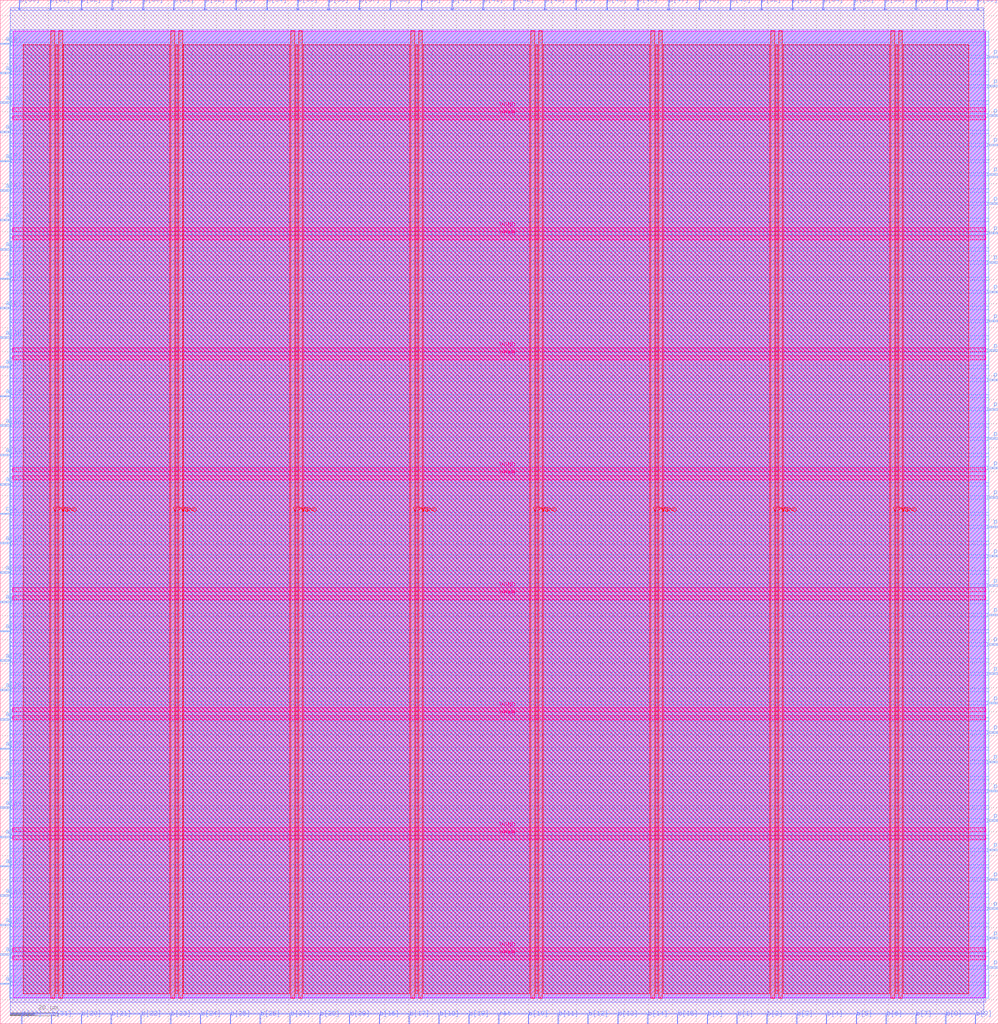
<source format=lef>
VERSION 5.7 ;
  NOWIREEXTENSIONATPIN ON ;
  DIVIDERCHAR "/" ;
  BUSBITCHARS "[]" ;
MACRO pipelined_mult
  CLASS BLOCK ;
  FOREIGN pipelined_mult ;
  ORIGIN 0.000 0.000 ;
  SIZE 415.845 BY 426.565 ;
  PIN VGND
    DIRECTION INOUT ;
    USE GROUND ;
    PORT
      LAYER met4 ;
        RECT 24.340 10.640 25.940 413.680 ;
    END
    PORT
      LAYER met4 ;
        RECT 74.340 10.640 75.940 413.680 ;
    END
    PORT
      LAYER met4 ;
        RECT 124.340 10.640 125.940 413.680 ;
    END
    PORT
      LAYER met4 ;
        RECT 174.340 10.640 175.940 413.680 ;
    END
    PORT
      LAYER met4 ;
        RECT 224.340 10.640 225.940 413.680 ;
    END
    PORT
      LAYER met4 ;
        RECT 274.340 10.640 275.940 413.680 ;
    END
    PORT
      LAYER met4 ;
        RECT 324.340 10.640 325.940 413.680 ;
    END
    PORT
      LAYER met4 ;
        RECT 374.340 10.640 375.940 413.680 ;
    END
    PORT
      LAYER met5 ;
        RECT 5.280 30.030 410.560 31.630 ;
    END
    PORT
      LAYER met5 ;
        RECT 5.280 80.030 410.560 81.630 ;
    END
    PORT
      LAYER met5 ;
        RECT 5.280 130.030 410.560 131.630 ;
    END
    PORT
      LAYER met5 ;
        RECT 5.280 180.030 410.560 181.630 ;
    END
    PORT
      LAYER met5 ;
        RECT 5.280 230.030 410.560 231.630 ;
    END
    PORT
      LAYER met5 ;
        RECT 5.280 280.030 410.560 281.630 ;
    END
    PORT
      LAYER met5 ;
        RECT 5.280 330.030 410.560 331.630 ;
    END
    PORT
      LAYER met5 ;
        RECT 5.280 380.030 410.560 381.630 ;
    END
  END VGND
  PIN VPWR
    DIRECTION INOUT ;
    USE POWER ;
    PORT
      LAYER met4 ;
        RECT 21.040 10.640 22.640 413.680 ;
    END
    PORT
      LAYER met4 ;
        RECT 71.040 10.640 72.640 413.680 ;
    END
    PORT
      LAYER met4 ;
        RECT 121.040 10.640 122.640 413.680 ;
    END
    PORT
      LAYER met4 ;
        RECT 171.040 10.640 172.640 413.680 ;
    END
    PORT
      LAYER met4 ;
        RECT 221.040 10.640 222.640 413.680 ;
    END
    PORT
      LAYER met4 ;
        RECT 271.040 10.640 272.640 413.680 ;
    END
    PORT
      LAYER met4 ;
        RECT 321.040 10.640 322.640 413.680 ;
    END
    PORT
      LAYER met4 ;
        RECT 371.040 10.640 372.640 413.680 ;
    END
    PORT
      LAYER met5 ;
        RECT 5.280 26.730 410.560 28.330 ;
    END
    PORT
      LAYER met5 ;
        RECT 5.280 76.730 410.560 78.330 ;
    END
    PORT
      LAYER met5 ;
        RECT 5.280 126.730 410.560 128.330 ;
    END
    PORT
      LAYER met5 ;
        RECT 5.280 176.730 410.560 178.330 ;
    END
    PORT
      LAYER met5 ;
        RECT 5.280 226.730 410.560 228.330 ;
    END
    PORT
      LAYER met5 ;
        RECT 5.280 276.730 410.560 278.330 ;
    END
    PORT
      LAYER met5 ;
        RECT 5.280 326.730 410.560 328.330 ;
    END
    PORT
      LAYER met5 ;
        RECT 5.280 376.730 410.560 378.330 ;
    END
  END VPWR
  PIN a[0]
    DIRECTION INPUT ;
    USE SIGNAL ;
    ANTENNAGATEAREA 0.196500 ;
    PORT
      LAYER met3 ;
        RECT 0.000 297.880 4.000 298.480 ;
    END
  END a[0]
  PIN a[10]
    DIRECTION INPUT ;
    USE SIGNAL ;
    ANTENNAGATEAREA 0.196500 ;
    PORT
      LAYER met3 ;
        RECT 0.000 224.440 4.000 225.040 ;
    END
  END a[10]
  PIN a[11]
    DIRECTION INPUT ;
    USE SIGNAL ;
    ANTENNAGATEAREA 0.196500 ;
    PORT
      LAYER met3 ;
        RECT 0.000 236.680 4.000 237.280 ;
    END
  END a[11]
  PIN a[12]
    DIRECTION INPUT ;
    USE SIGNAL ;
    ANTENNAGATEAREA 0.196500 ;
    PORT
      LAYER met3 ;
        RECT 0.000 248.920 4.000 249.520 ;
    END
  END a[12]
  PIN a[13]
    DIRECTION INPUT ;
    USE SIGNAL ;
    ANTENNAGATEAREA 0.196500 ;
    PORT
      LAYER met3 ;
        RECT 0.000 261.160 4.000 261.760 ;
    END
  END a[13]
  PIN a[14]
    DIRECTION INPUT ;
    USE SIGNAL ;
    ANTENNAGATEAREA 0.196500 ;
    PORT
      LAYER met3 ;
        RECT 0.000 273.400 4.000 274.000 ;
    END
  END a[14]
  PIN a[15]
    DIRECTION INPUT ;
    USE SIGNAL ;
    ANTENNAGATEAREA 0.196500 ;
    PORT
      LAYER met3 ;
        RECT 0.000 285.640 4.000 286.240 ;
    END
  END a[15]
  PIN a[16]
    DIRECTION INPUT ;
    USE SIGNAL ;
    ANTENNAGATEAREA 0.196500 ;
    PORT
      LAYER met3 ;
        RECT 0.000 163.240 4.000 163.840 ;
    END
  END a[16]
  PIN a[17]
    DIRECTION INPUT ;
    USE SIGNAL ;
    ANTENNAGATEAREA 0.196500 ;
    PORT
      LAYER met3 ;
        RECT 0.000 175.480 4.000 176.080 ;
    END
  END a[17]
  PIN a[18]
    DIRECTION INPUT ;
    USE SIGNAL ;
    ANTENNAGATEAREA 0.196500 ;
    PORT
      LAYER met3 ;
        RECT 0.000 187.720 4.000 188.320 ;
    END
  END a[18]
  PIN a[19]
    DIRECTION INPUT ;
    USE SIGNAL ;
    ANTENNAGATEAREA 0.196500 ;
    PORT
      LAYER met3 ;
        RECT 0.000 199.960 4.000 200.560 ;
    END
  END a[19]
  PIN a[1]
    DIRECTION INPUT ;
    USE SIGNAL ;
    ANTENNAGATEAREA 0.196500 ;
    PORT
      LAYER met3 ;
        RECT 0.000 310.120 4.000 310.720 ;
    END
  END a[1]
  PIN a[20]
    DIRECTION INPUT ;
    USE SIGNAL ;
    ANTENNAGATEAREA 0.196500 ;
    PORT
      LAYER met3 ;
        RECT 0.000 40.840 4.000 41.440 ;
    END
  END a[20]
  PIN a[21]
    DIRECTION INPUT ;
    USE SIGNAL ;
    ANTENNAGATEAREA 0.196500 ;
    PORT
      LAYER met3 ;
        RECT 0.000 53.080 4.000 53.680 ;
    END
  END a[21]
  PIN a[22]
    DIRECTION INPUT ;
    USE SIGNAL ;
    ANTENNAGATEAREA 0.196500 ;
    PORT
      LAYER met3 ;
        RECT 0.000 65.320 4.000 65.920 ;
    END
  END a[22]
  PIN a[23]
    DIRECTION INPUT ;
    USE SIGNAL ;
    ANTENNAGATEAREA 0.196500 ;
    PORT
      LAYER met3 ;
        RECT 0.000 77.560 4.000 78.160 ;
    END
  END a[23]
  PIN a[24]
    DIRECTION INPUT ;
    USE SIGNAL ;
    ANTENNAGATEAREA 0.196500 ;
    PORT
      LAYER met3 ;
        RECT 0.000 89.800 4.000 90.400 ;
    END
  END a[24]
  PIN a[25]
    DIRECTION INPUT ;
    USE SIGNAL ;
    ANTENNAGATEAREA 0.196500 ;
    PORT
      LAYER met3 ;
        RECT 0.000 102.040 4.000 102.640 ;
    END
  END a[25]
  PIN a[26]
    DIRECTION INPUT ;
    USE SIGNAL ;
    ANTENNAGATEAREA 0.196500 ;
    PORT
      LAYER met3 ;
        RECT 0.000 114.280 4.000 114.880 ;
    END
  END a[26]
  PIN a[27]
    DIRECTION INPUT ;
    USE SIGNAL ;
    ANTENNAGATEAREA 0.196500 ;
    PORT
      LAYER met3 ;
        RECT 0.000 126.520 4.000 127.120 ;
    END
  END a[27]
  PIN a[28]
    DIRECTION INPUT ;
    USE SIGNAL ;
    ANTENNAGATEAREA 0.196500 ;
    PORT
      LAYER met3 ;
        RECT 0.000 138.760 4.000 139.360 ;
    END
  END a[28]
  PIN a[29]
    DIRECTION INPUT ;
    USE SIGNAL ;
    ANTENNAGATEAREA 0.196500 ;
    PORT
      LAYER met3 ;
        RECT 0.000 151.000 4.000 151.600 ;
    END
  END a[29]
  PIN a[2]
    DIRECTION INPUT ;
    USE SIGNAL ;
    ANTENNAGATEAREA 0.196500 ;
    PORT
      LAYER met3 ;
        RECT 0.000 322.360 4.000 322.960 ;
    END
  END a[2]
  PIN a[30]
    DIRECTION INPUT ;
    USE SIGNAL ;
    ANTENNAGATEAREA 0.196500 ;
    PORT
      LAYER met3 ;
        RECT 0.000 16.360 4.000 16.960 ;
    END
  END a[30]
  PIN a[31]
    DIRECTION INPUT ;
    USE SIGNAL ;
    ANTENNAGATEAREA 0.196500 ;
    PORT
      LAYER met3 ;
        RECT 0.000 28.600 4.000 29.200 ;
    END
  END a[31]
  PIN a[3]
    DIRECTION INPUT ;
    USE SIGNAL ;
    ANTENNAGATEAREA 0.196500 ;
    PORT
      LAYER met3 ;
        RECT 0.000 334.600 4.000 335.200 ;
    END
  END a[3]
  PIN a[4]
    DIRECTION INPUT ;
    USE SIGNAL ;
    ANTENNAGATEAREA 0.196500 ;
    PORT
      LAYER met3 ;
        RECT 0.000 346.840 4.000 347.440 ;
    END
  END a[4]
  PIN a[5]
    DIRECTION INPUT ;
    USE SIGNAL ;
    ANTENNAGATEAREA 0.213000 ;
    PORT
      LAYER met3 ;
        RECT 0.000 359.080 4.000 359.680 ;
    END
  END a[5]
  PIN a[6]
    DIRECTION INPUT ;
    USE SIGNAL ;
    ANTENNAGATEAREA 0.196500 ;
    PORT
      LAYER met3 ;
        RECT 0.000 371.320 4.000 371.920 ;
    END
  END a[6]
  PIN a[7]
    DIRECTION INPUT ;
    USE SIGNAL ;
    ANTENNAGATEAREA 0.196500 ;
    PORT
      LAYER met3 ;
        RECT 0.000 383.560 4.000 384.160 ;
    END
  END a[7]
  PIN a[8]
    DIRECTION INPUT ;
    USE SIGNAL ;
    ANTENNAGATEAREA 0.196500 ;
    PORT
      LAYER met3 ;
        RECT 0.000 395.800 4.000 396.400 ;
    END
  END a[8]
  PIN a[9]
    DIRECTION INPUT ;
    USE SIGNAL ;
    ANTENNAGATEAREA 0.196500 ;
    PORT
      LAYER met3 ;
        RECT 0.000 408.040 4.000 408.640 ;
    END
  END a[9]
  PIN b[0]
    DIRECTION INPUT ;
    USE SIGNAL ;
    ANTENNAGATEAREA 0.196500 ;
    PORT
      LAYER met2 ;
        RECT 294.490 0.000 294.770 4.000 ;
    END
  END b[0]
  PIN b[10]
    DIRECTION INPUT ;
    USE SIGNAL ;
    ANTENNAGATEAREA 0.196500 ;
    PORT
      LAYER met2 ;
        RECT 219.970 0.000 220.250 4.000 ;
    END
  END b[10]
  PIN b[11]
    DIRECTION INPUT ;
    USE SIGNAL ;
    ANTENNAGATEAREA 0.196500 ;
    PORT
      LAYER met2 ;
        RECT 232.390 0.000 232.670 4.000 ;
    END
  END b[11]
  PIN b[12]
    DIRECTION INPUT ;
    USE SIGNAL ;
    ANTENNAGATEAREA 0.196500 ;
    PORT
      LAYER met2 ;
        RECT 244.810 0.000 245.090 4.000 ;
    END
  END b[12]
  PIN b[13]
    DIRECTION INPUT ;
    USE SIGNAL ;
    ANTENNAGATEAREA 0.196500 ;
    PORT
      LAYER met2 ;
        RECT 257.230 0.000 257.510 4.000 ;
    END
  END b[13]
  PIN b[14]
    DIRECTION INPUT ;
    USE SIGNAL ;
    ANTENNAGATEAREA 0.196500 ;
    PORT
      LAYER met2 ;
        RECT 269.650 0.000 269.930 4.000 ;
    END
  END b[14]
  PIN b[15]
    DIRECTION INPUT ;
    USE SIGNAL ;
    ANTENNAGATEAREA 0.196500 ;
    PORT
      LAYER met2 ;
        RECT 282.070 0.000 282.350 4.000 ;
    END
  END b[15]
  PIN b[16]
    DIRECTION INPUT ;
    USE SIGNAL ;
    ANTENNAGATEAREA 0.196500 ;
    PORT
      LAYER met2 ;
        RECT 157.870 0.000 158.150 4.000 ;
    END
  END b[16]
  PIN b[17]
    DIRECTION INPUT ;
    USE SIGNAL ;
    ANTENNAGATEAREA 0.196500 ;
    PORT
      LAYER met2 ;
        RECT 170.290 0.000 170.570 4.000 ;
    END
  END b[17]
  PIN b[18]
    DIRECTION INPUT ;
    USE SIGNAL ;
    ANTENNAGATEAREA 0.196500 ;
    PORT
      LAYER met2 ;
        RECT 182.710 0.000 182.990 4.000 ;
    END
  END b[18]
  PIN b[19]
    DIRECTION INPUT ;
    USE SIGNAL ;
    ANTENNAGATEAREA 0.196500 ;
    PORT
      LAYER met2 ;
        RECT 195.130 0.000 195.410 4.000 ;
    END
  END b[19]
  PIN b[1]
    DIRECTION INPUT ;
    USE SIGNAL ;
    ANTENNAGATEAREA 0.196500 ;
    PORT
      LAYER met2 ;
        RECT 306.910 0.000 307.190 4.000 ;
    END
  END b[1]
  PIN b[20]
    DIRECTION INPUT ;
    USE SIGNAL ;
    ANTENNAGATEAREA 0.196500 ;
    PORT
      LAYER met2 ;
        RECT 33.670 0.000 33.950 4.000 ;
    END
  END b[20]
  PIN b[21]
    DIRECTION INPUT ;
    USE SIGNAL ;
    ANTENNAGATEAREA 0.196500 ;
    PORT
      LAYER met2 ;
        RECT 46.090 0.000 46.370 4.000 ;
    END
  END b[21]
  PIN b[22]
    DIRECTION INPUT ;
    USE SIGNAL ;
    ANTENNAGATEAREA 0.196500 ;
    PORT
      LAYER met2 ;
        RECT 58.510 0.000 58.790 4.000 ;
    END
  END b[22]
  PIN b[23]
    DIRECTION INPUT ;
    USE SIGNAL ;
    ANTENNAGATEAREA 0.196500 ;
    PORT
      LAYER met2 ;
        RECT 70.930 0.000 71.210 4.000 ;
    END
  END b[23]
  PIN b[24]
    DIRECTION INPUT ;
    USE SIGNAL ;
    ANTENNAGATEAREA 0.196500 ;
    PORT
      LAYER met2 ;
        RECT 83.350 0.000 83.630 4.000 ;
    END
  END b[24]
  PIN b[25]
    DIRECTION INPUT ;
    USE SIGNAL ;
    ANTENNAGATEAREA 0.196500 ;
    PORT
      LAYER met2 ;
        RECT 95.770 0.000 96.050 4.000 ;
    END
  END b[25]
  PIN b[26]
    DIRECTION INPUT ;
    USE SIGNAL ;
    ANTENNAGATEAREA 0.196500 ;
    PORT
      LAYER met2 ;
        RECT 108.190 0.000 108.470 4.000 ;
    END
  END b[26]
  PIN b[27]
    DIRECTION INPUT ;
    USE SIGNAL ;
    ANTENNAGATEAREA 0.196500 ;
    PORT
      LAYER met2 ;
        RECT 120.610 0.000 120.890 4.000 ;
    END
  END b[27]
  PIN b[28]
    DIRECTION INPUT ;
    USE SIGNAL ;
    ANTENNAGATEAREA 0.196500 ;
    PORT
      LAYER met2 ;
        RECT 133.030 0.000 133.310 4.000 ;
    END
  END b[28]
  PIN b[29]
    DIRECTION INPUT ;
    USE SIGNAL ;
    ANTENNAGATEAREA 0.196500 ;
    PORT
      LAYER met2 ;
        RECT 145.450 0.000 145.730 4.000 ;
    END
  END b[29]
  PIN b[2]
    DIRECTION INPUT ;
    USE SIGNAL ;
    ANTENNAGATEAREA 0.196500 ;
    PORT
      LAYER met2 ;
        RECT 319.330 0.000 319.610 4.000 ;
    END
  END b[2]
  PIN b[30]
    DIRECTION INPUT ;
    USE SIGNAL ;
    ANTENNAGATEAREA 0.196500 ;
    PORT
      LAYER met2 ;
        RECT 8.830 0.000 9.110 4.000 ;
    END
  END b[30]
  PIN b[31]
    DIRECTION INPUT ;
    USE SIGNAL ;
    ANTENNAGATEAREA 0.196500 ;
    PORT
      LAYER met2 ;
        RECT 21.250 0.000 21.530 4.000 ;
    END
  END b[31]
  PIN b[3]
    DIRECTION INPUT ;
    USE SIGNAL ;
    ANTENNAGATEAREA 0.196500 ;
    PORT
      LAYER met2 ;
        RECT 331.750 0.000 332.030 4.000 ;
    END
  END b[3]
  PIN b[4]
    DIRECTION INPUT ;
    USE SIGNAL ;
    ANTENNAGATEAREA 0.196500 ;
    PORT
      LAYER met2 ;
        RECT 344.170 0.000 344.450 4.000 ;
    END
  END b[4]
  PIN b[5]
    DIRECTION INPUT ;
    USE SIGNAL ;
    ANTENNAGATEAREA 0.196500 ;
    PORT
      LAYER met2 ;
        RECT 356.590 0.000 356.870 4.000 ;
    END
  END b[5]
  PIN b[6]
    DIRECTION INPUT ;
    USE SIGNAL ;
    ANTENNAGATEAREA 0.196500 ;
    PORT
      LAYER met2 ;
        RECT 369.010 0.000 369.290 4.000 ;
    END
  END b[6]
  PIN b[7]
    DIRECTION INPUT ;
    USE SIGNAL ;
    ANTENNAGATEAREA 0.196500 ;
    PORT
      LAYER met2 ;
        RECT 381.430 0.000 381.710 4.000 ;
    END
  END b[7]
  PIN b[8]
    DIRECTION INPUT ;
    USE SIGNAL ;
    ANTENNAGATEAREA 0.196500 ;
    PORT
      LAYER met2 ;
        RECT 393.850 0.000 394.130 4.000 ;
    END
  END b[8]
  PIN b[9]
    DIRECTION INPUT ;
    USE SIGNAL ;
    ANTENNAGATEAREA 0.196500 ;
    PORT
      LAYER met2 ;
        RECT 406.270 0.000 406.550 4.000 ;
    END
  END b[9]
  PIN clk
    DIRECTION INPUT ;
    USE SIGNAL ;
    ANTENNAGATEAREA 1.286700 ;
    ANTENNADIFFAREA 0.434700 ;
    PORT
      LAYER met3 ;
        RECT 0.000 212.200 4.000 212.800 ;
    END
  END clk
  PIN p[0]
    DIRECTION OUTPUT ;
    USE SIGNAL ;
    ANTENNADIFFAREA 0.445500 ;
    PORT
      LAYER met3 ;
        RECT 411.845 292.440 415.845 293.040 ;
    END
  END p[0]
  PIN p[10]
    DIRECTION OUTPUT ;
    USE SIGNAL ;
    ANTENNADIFFAREA 0.445500 ;
    PORT
      LAYER met3 ;
        RECT 411.845 170.040 415.845 170.640 ;
    END
  END p[10]
  PIN p[11]
    DIRECTION OUTPUT ;
    USE SIGNAL ;
    ANTENNADIFFAREA 0.445500 ;
    PORT
      LAYER met3 ;
        RECT 411.845 182.280 415.845 182.880 ;
    END
  END p[11]
  PIN p[12]
    DIRECTION OUTPUT ;
    USE SIGNAL ;
    ANTENNADIFFAREA 0.445500 ;
    PORT
      LAYER met3 ;
        RECT 411.845 194.520 415.845 195.120 ;
    END
  END p[12]
  PIN p[13]
    DIRECTION OUTPUT ;
    USE SIGNAL ;
    ANTENNADIFFAREA 0.445500 ;
    PORT
      LAYER met3 ;
        RECT 411.845 206.760 415.845 207.360 ;
    END
  END p[13]
  PIN p[14]
    DIRECTION OUTPUT ;
    USE SIGNAL ;
    ANTENNADIFFAREA 0.445500 ;
    PORT
      LAYER met3 ;
        RECT 411.845 219.000 415.845 219.600 ;
    END
  END p[14]
  PIN p[15]
    DIRECTION OUTPUT ;
    USE SIGNAL ;
    ANTENNADIFFAREA 0.445500 ;
    PORT
      LAYER met3 ;
        RECT 411.845 231.240 415.845 231.840 ;
    END
  END p[15]
  PIN p[16]
    DIRECTION OUTPUT ;
    USE SIGNAL ;
    ANTENNADIFFAREA 0.445500 ;
    PORT
      LAYER met3 ;
        RECT 411.845 243.480 415.845 244.080 ;
    END
  END p[16]
  PIN p[17]
    DIRECTION OUTPUT ;
    USE SIGNAL ;
    ANTENNADIFFAREA 0.445500 ;
    PORT
      LAYER met3 ;
        RECT 411.845 255.720 415.845 256.320 ;
    END
  END p[17]
  PIN p[18]
    DIRECTION OUTPUT ;
    USE SIGNAL ;
    ANTENNADIFFAREA 0.445500 ;
    PORT
      LAYER met3 ;
        RECT 411.845 267.960 415.845 268.560 ;
    END
  END p[18]
  PIN p[19]
    DIRECTION OUTPUT ;
    USE SIGNAL ;
    ANTENNADIFFAREA 0.445500 ;
    PORT
      LAYER met3 ;
        RECT 411.845 280.200 415.845 280.800 ;
    END
  END p[19]
  PIN p[1]
    DIRECTION OUTPUT ;
    USE SIGNAL ;
    ANTENNADIFFAREA 0.445500 ;
    PORT
      LAYER met3 ;
        RECT 411.845 304.680 415.845 305.280 ;
    END
  END p[1]
  PIN p[20]
    DIRECTION OUTPUT ;
    USE SIGNAL ;
    ANTENNADIFFAREA 0.445500 ;
    PORT
      LAYER met3 ;
        RECT 411.845 47.640 415.845 48.240 ;
    END
  END p[20]
  PIN p[21]
    DIRECTION OUTPUT ;
    USE SIGNAL ;
    ANTENNADIFFAREA 0.445500 ;
    PORT
      LAYER met3 ;
        RECT 411.845 59.880 415.845 60.480 ;
    END
  END p[21]
  PIN p[22]
    DIRECTION OUTPUT ;
    USE SIGNAL ;
    ANTENNADIFFAREA 0.445500 ;
    PORT
      LAYER met3 ;
        RECT 411.845 72.120 415.845 72.720 ;
    END
  END p[22]
  PIN p[23]
    DIRECTION OUTPUT ;
    USE SIGNAL ;
    ANTENNADIFFAREA 0.445500 ;
    PORT
      LAYER met3 ;
        RECT 411.845 84.360 415.845 84.960 ;
    END
  END p[23]
  PIN p[24]
    DIRECTION OUTPUT ;
    USE SIGNAL ;
    ANTENNADIFFAREA 0.445500 ;
    PORT
      LAYER met3 ;
        RECT 411.845 96.600 415.845 97.200 ;
    END
  END p[24]
  PIN p[25]
    DIRECTION OUTPUT ;
    USE SIGNAL ;
    ANTENNADIFFAREA 0.445500 ;
    PORT
      LAYER met3 ;
        RECT 411.845 108.840 415.845 109.440 ;
    END
  END p[25]
  PIN p[26]
    DIRECTION OUTPUT ;
    USE SIGNAL ;
    ANTENNADIFFAREA 0.445500 ;
    PORT
      LAYER met3 ;
        RECT 411.845 121.080 415.845 121.680 ;
    END
  END p[26]
  PIN p[27]
    DIRECTION OUTPUT ;
    USE SIGNAL ;
    ANTENNADIFFAREA 0.445500 ;
    PORT
      LAYER met3 ;
        RECT 411.845 133.320 415.845 133.920 ;
    END
  END p[27]
  PIN p[28]
    DIRECTION OUTPUT ;
    USE SIGNAL ;
    ANTENNADIFFAREA 0.445500 ;
    PORT
      LAYER met3 ;
        RECT 411.845 145.560 415.845 146.160 ;
    END
  END p[28]
  PIN p[29]
    DIRECTION OUTPUT ;
    USE SIGNAL ;
    ANTENNADIFFAREA 0.445500 ;
    PORT
      LAYER met3 ;
        RECT 411.845 157.800 415.845 158.400 ;
    END
  END p[29]
  PIN p[2]
    DIRECTION OUTPUT ;
    USE SIGNAL ;
    ANTENNADIFFAREA 0.445500 ;
    PORT
      LAYER met3 ;
        RECT 411.845 316.920 415.845 317.520 ;
    END
  END p[2]
  PIN p[30]
    DIRECTION OUTPUT ;
    USE SIGNAL ;
    ANTENNADIFFAREA 0.445500 ;
    PORT
      LAYER met3 ;
        RECT 411.845 23.160 415.845 23.760 ;
    END
  END p[30]
  PIN p[31]
    DIRECTION OUTPUT ;
    USE SIGNAL ;
    ANTENNADIFFAREA 0.445500 ;
    PORT
      LAYER met3 ;
        RECT 411.845 35.400 415.845 36.000 ;
    END
  END p[31]
  PIN p[32]
    DIRECTION OUTPUT ;
    USE SIGNAL ;
    ANTENNADIFFAREA 0.445500 ;
    PORT
      LAYER met2 ;
        RECT 317.030 422.565 317.310 426.565 ;
    END
  END p[32]
  PIN p[33]
    DIRECTION OUTPUT ;
    USE SIGNAL ;
    ANTENNADIFFAREA 0.445500 ;
    PORT
      LAYER met2 ;
        RECT 329.910 422.565 330.190 426.565 ;
    END
  END p[33]
  PIN p[34]
    DIRECTION OUTPUT ;
    USE SIGNAL ;
    ANTENNADIFFAREA 0.445500 ;
    PORT
      LAYER met2 ;
        RECT 342.790 422.565 343.070 426.565 ;
    END
  END p[34]
  PIN p[35]
    DIRECTION OUTPUT ;
    USE SIGNAL ;
    ANTENNADIFFAREA 0.445500 ;
    PORT
      LAYER met2 ;
        RECT 355.670 422.565 355.950 426.565 ;
    END
  END p[35]
  PIN p[36]
    DIRECTION OUTPUT ;
    USE SIGNAL ;
    ANTENNADIFFAREA 0.445500 ;
    PORT
      LAYER met2 ;
        RECT 368.550 422.565 368.830 426.565 ;
    END
  END p[36]
  PIN p[37]
    DIRECTION OUTPUT ;
    USE SIGNAL ;
    ANTENNADIFFAREA 0.445500 ;
    PORT
      LAYER met2 ;
        RECT 381.430 422.565 381.710 426.565 ;
    END
  END p[37]
  PIN p[38]
    DIRECTION OUTPUT ;
    USE SIGNAL ;
    ANTENNADIFFAREA 0.445500 ;
    PORT
      LAYER met2 ;
        RECT 394.310 422.565 394.590 426.565 ;
    END
  END p[38]
  PIN p[39]
    DIRECTION OUTPUT ;
    USE SIGNAL ;
    ANTENNADIFFAREA 0.445500 ;
    PORT
      LAYER met2 ;
        RECT 407.190 422.565 407.470 426.565 ;
    END
  END p[39]
  PIN p[3]
    DIRECTION OUTPUT ;
    USE SIGNAL ;
    ANTENNADIFFAREA 0.445500 ;
    PORT
      LAYER met3 ;
        RECT 411.845 329.160 415.845 329.760 ;
    END
  END p[3]
  PIN p[40]
    DIRECTION OUTPUT ;
    USE SIGNAL ;
    ANTENNADIFFAREA 0.445500 ;
    PORT
      LAYER met2 ;
        RECT 188.230 422.565 188.510 426.565 ;
    END
  END p[40]
  PIN p[41]
    DIRECTION OUTPUT ;
    USE SIGNAL ;
    ANTENNADIFFAREA 0.445500 ;
    PORT
      LAYER met2 ;
        RECT 201.110 422.565 201.390 426.565 ;
    END
  END p[41]
  PIN p[42]
    DIRECTION OUTPUT ;
    USE SIGNAL ;
    ANTENNADIFFAREA 0.445500 ;
    PORT
      LAYER met2 ;
        RECT 213.990 422.565 214.270 426.565 ;
    END
  END p[42]
  PIN p[43]
    DIRECTION OUTPUT ;
    USE SIGNAL ;
    ANTENNADIFFAREA 0.445500 ;
    PORT
      LAYER met2 ;
        RECT 226.870 422.565 227.150 426.565 ;
    END
  END p[43]
  PIN p[44]
    DIRECTION OUTPUT ;
    USE SIGNAL ;
    ANTENNADIFFAREA 0.445500 ;
    PORT
      LAYER met2 ;
        RECT 239.750 422.565 240.030 426.565 ;
    END
  END p[44]
  PIN p[45]
    DIRECTION OUTPUT ;
    USE SIGNAL ;
    ANTENNADIFFAREA 0.445500 ;
    PORT
      LAYER met2 ;
        RECT 252.630 422.565 252.910 426.565 ;
    END
  END p[45]
  PIN p[46]
    DIRECTION OUTPUT ;
    USE SIGNAL ;
    ANTENNADIFFAREA 0.445500 ;
    PORT
      LAYER met2 ;
        RECT 265.510 422.565 265.790 426.565 ;
    END
  END p[46]
  PIN p[47]
    DIRECTION OUTPUT ;
    USE SIGNAL ;
    ANTENNADIFFAREA 0.445500 ;
    PORT
      LAYER met2 ;
        RECT 278.390 422.565 278.670 426.565 ;
    END
  END p[47]
  PIN p[48]
    DIRECTION OUTPUT ;
    USE SIGNAL ;
    ANTENNADIFFAREA 0.445500 ;
    PORT
      LAYER met2 ;
        RECT 291.270 422.565 291.550 426.565 ;
    END
  END p[48]
  PIN p[49]
    DIRECTION OUTPUT ;
    USE SIGNAL ;
    ANTENNADIFFAREA 0.445500 ;
    PORT
      LAYER met2 ;
        RECT 304.150 422.565 304.430 426.565 ;
    END
  END p[49]
  PIN p[4]
    DIRECTION OUTPUT ;
    USE SIGNAL ;
    ANTENNADIFFAREA 0.445500 ;
    PORT
      LAYER met3 ;
        RECT 411.845 341.400 415.845 342.000 ;
    END
  END p[4]
  PIN p[50]
    DIRECTION OUTPUT ;
    USE SIGNAL ;
    ANTENNADIFFAREA 0.445500 ;
    PORT
      LAYER met2 ;
        RECT 59.430 422.565 59.710 426.565 ;
    END
  END p[50]
  PIN p[51]
    DIRECTION OUTPUT ;
    USE SIGNAL ;
    ANTENNADIFFAREA 0.445500 ;
    PORT
      LAYER met2 ;
        RECT 72.310 422.565 72.590 426.565 ;
    END
  END p[51]
  PIN p[52]
    DIRECTION OUTPUT ;
    USE SIGNAL ;
    ANTENNADIFFAREA 0.445500 ;
    PORT
      LAYER met2 ;
        RECT 85.190 422.565 85.470 426.565 ;
    END
  END p[52]
  PIN p[53]
    DIRECTION OUTPUT ;
    USE SIGNAL ;
    ANTENNADIFFAREA 0.445500 ;
    PORT
      LAYER met2 ;
        RECT 98.070 422.565 98.350 426.565 ;
    END
  END p[53]
  PIN p[54]
    DIRECTION OUTPUT ;
    USE SIGNAL ;
    ANTENNADIFFAREA 0.445500 ;
    PORT
      LAYER met2 ;
        RECT 110.950 422.565 111.230 426.565 ;
    END
  END p[54]
  PIN p[55]
    DIRECTION OUTPUT ;
    USE SIGNAL ;
    ANTENNADIFFAREA 0.445500 ;
    PORT
      LAYER met2 ;
        RECT 123.830 422.565 124.110 426.565 ;
    END
  END p[55]
  PIN p[56]
    DIRECTION OUTPUT ;
    USE SIGNAL ;
    ANTENNADIFFAREA 0.445500 ;
    PORT
      LAYER met2 ;
        RECT 136.710 422.565 136.990 426.565 ;
    END
  END p[56]
  PIN p[57]
    DIRECTION OUTPUT ;
    USE SIGNAL ;
    ANTENNADIFFAREA 0.445500 ;
    PORT
      LAYER met2 ;
        RECT 149.590 422.565 149.870 426.565 ;
    END
  END p[57]
  PIN p[58]
    DIRECTION OUTPUT ;
    USE SIGNAL ;
    ANTENNADIFFAREA 0.445500 ;
    PORT
      LAYER met2 ;
        RECT 162.470 422.565 162.750 426.565 ;
    END
  END p[58]
  PIN p[59]
    DIRECTION OUTPUT ;
    USE SIGNAL ;
    ANTENNADIFFAREA 0.445500 ;
    PORT
      LAYER met2 ;
        RECT 175.350 422.565 175.630 426.565 ;
    END
  END p[59]
  PIN p[5]
    DIRECTION OUTPUT ;
    USE SIGNAL ;
    ANTENNADIFFAREA 0.445500 ;
    PORT
      LAYER met3 ;
        RECT 411.845 353.640 415.845 354.240 ;
    END
  END p[5]
  PIN p[60]
    DIRECTION OUTPUT ;
    USE SIGNAL ;
    ANTENNADIFFAREA 0.445500 ;
    PORT
      LAYER met2 ;
        RECT 7.910 422.565 8.190 426.565 ;
    END
  END p[60]
  PIN p[61]
    DIRECTION OUTPUT ;
    USE SIGNAL ;
    ANTENNADIFFAREA 0.445500 ;
    PORT
      LAYER met2 ;
        RECT 20.790 422.565 21.070 426.565 ;
    END
  END p[61]
  PIN p[62]
    DIRECTION OUTPUT ;
    USE SIGNAL ;
    ANTENNADIFFAREA 0.445500 ;
    PORT
      LAYER met2 ;
        RECT 33.670 422.565 33.950 426.565 ;
    END
  END p[62]
  PIN p[63]
    DIRECTION OUTPUT ;
    USE SIGNAL ;
    ANTENNADIFFAREA 0.445500 ;
    PORT
      LAYER met2 ;
        RECT 46.550 422.565 46.830 426.565 ;
    END
  END p[63]
  PIN p[6]
    DIRECTION OUTPUT ;
    USE SIGNAL ;
    ANTENNADIFFAREA 0.445500 ;
    PORT
      LAYER met3 ;
        RECT 411.845 365.880 415.845 366.480 ;
    END
  END p[6]
  PIN p[7]
    DIRECTION OUTPUT ;
    USE SIGNAL ;
    ANTENNADIFFAREA 0.445500 ;
    PORT
      LAYER met3 ;
        RECT 411.845 378.120 415.845 378.720 ;
    END
  END p[7]
  PIN p[8]
    DIRECTION OUTPUT ;
    USE SIGNAL ;
    ANTENNADIFFAREA 0.445500 ;
    PORT
      LAYER met3 ;
        RECT 411.845 390.360 415.845 390.960 ;
    END
  END p[8]
  PIN p[9]
    DIRECTION OUTPUT ;
    USE SIGNAL ;
    ANTENNADIFFAREA 0.445500 ;
    PORT
      LAYER met3 ;
        RECT 411.845 402.600 415.845 403.200 ;
    END
  END p[9]
  PIN rst
    DIRECTION INPUT ;
    USE SIGNAL ;
    ANTENNAGATEAREA 0.852000 ;
    PORT
      LAYER met2 ;
        RECT 207.550 0.000 207.830 4.000 ;
    END
  END rst
  OBS
      LAYER nwell ;
        RECT 5.330 10.795 410.510 413.525 ;
      LAYER li1 ;
        RECT 5.520 10.795 410.320 413.525 ;
      LAYER met1 ;
        RECT 4.210 8.880 410.620 414.080 ;
      LAYER met2 ;
        RECT 4.230 422.285 7.630 423.370 ;
        RECT 8.470 422.285 20.510 423.370 ;
        RECT 21.350 422.285 33.390 423.370 ;
        RECT 34.230 422.285 46.270 423.370 ;
        RECT 47.110 422.285 59.150 423.370 ;
        RECT 59.990 422.285 72.030 423.370 ;
        RECT 72.870 422.285 84.910 423.370 ;
        RECT 85.750 422.285 97.790 423.370 ;
        RECT 98.630 422.285 110.670 423.370 ;
        RECT 111.510 422.285 123.550 423.370 ;
        RECT 124.390 422.285 136.430 423.370 ;
        RECT 137.270 422.285 149.310 423.370 ;
        RECT 150.150 422.285 162.190 423.370 ;
        RECT 163.030 422.285 175.070 423.370 ;
        RECT 175.910 422.285 187.950 423.370 ;
        RECT 188.790 422.285 200.830 423.370 ;
        RECT 201.670 422.285 213.710 423.370 ;
        RECT 214.550 422.285 226.590 423.370 ;
        RECT 227.430 422.285 239.470 423.370 ;
        RECT 240.310 422.285 252.350 423.370 ;
        RECT 253.190 422.285 265.230 423.370 ;
        RECT 266.070 422.285 278.110 423.370 ;
        RECT 278.950 422.285 290.990 423.370 ;
        RECT 291.830 422.285 303.870 423.370 ;
        RECT 304.710 422.285 316.750 423.370 ;
        RECT 317.590 422.285 329.630 423.370 ;
        RECT 330.470 422.285 342.510 423.370 ;
        RECT 343.350 422.285 355.390 423.370 ;
        RECT 356.230 422.285 368.270 423.370 ;
        RECT 369.110 422.285 381.150 423.370 ;
        RECT 381.990 422.285 394.030 423.370 ;
        RECT 394.870 422.285 406.910 423.370 ;
        RECT 407.750 422.285 409.760 423.370 ;
        RECT 4.230 4.280 409.760 422.285 ;
        RECT 4.230 4.000 8.550 4.280 ;
        RECT 9.390 4.000 20.970 4.280 ;
        RECT 21.810 4.000 33.390 4.280 ;
        RECT 34.230 4.000 45.810 4.280 ;
        RECT 46.650 4.000 58.230 4.280 ;
        RECT 59.070 4.000 70.650 4.280 ;
        RECT 71.490 4.000 83.070 4.280 ;
        RECT 83.910 4.000 95.490 4.280 ;
        RECT 96.330 4.000 107.910 4.280 ;
        RECT 108.750 4.000 120.330 4.280 ;
        RECT 121.170 4.000 132.750 4.280 ;
        RECT 133.590 4.000 145.170 4.280 ;
        RECT 146.010 4.000 157.590 4.280 ;
        RECT 158.430 4.000 170.010 4.280 ;
        RECT 170.850 4.000 182.430 4.280 ;
        RECT 183.270 4.000 194.850 4.280 ;
        RECT 195.690 4.000 207.270 4.280 ;
        RECT 208.110 4.000 219.690 4.280 ;
        RECT 220.530 4.000 232.110 4.280 ;
        RECT 232.950 4.000 244.530 4.280 ;
        RECT 245.370 4.000 256.950 4.280 ;
        RECT 257.790 4.000 269.370 4.280 ;
        RECT 270.210 4.000 281.790 4.280 ;
        RECT 282.630 4.000 294.210 4.280 ;
        RECT 295.050 4.000 306.630 4.280 ;
        RECT 307.470 4.000 319.050 4.280 ;
        RECT 319.890 4.000 331.470 4.280 ;
        RECT 332.310 4.000 343.890 4.280 ;
        RECT 344.730 4.000 356.310 4.280 ;
        RECT 357.150 4.000 368.730 4.280 ;
        RECT 369.570 4.000 381.150 4.280 ;
        RECT 381.990 4.000 393.570 4.280 ;
        RECT 394.410 4.000 405.990 4.280 ;
        RECT 406.830 4.000 409.760 4.280 ;
      LAYER met3 ;
        RECT 3.990 409.040 411.845 413.605 ;
        RECT 4.400 407.640 411.845 409.040 ;
        RECT 3.990 403.600 411.845 407.640 ;
        RECT 3.990 402.200 411.445 403.600 ;
        RECT 3.990 396.800 411.845 402.200 ;
        RECT 4.400 395.400 411.845 396.800 ;
        RECT 3.990 391.360 411.845 395.400 ;
        RECT 3.990 389.960 411.445 391.360 ;
        RECT 3.990 384.560 411.845 389.960 ;
        RECT 4.400 383.160 411.845 384.560 ;
        RECT 3.990 379.120 411.845 383.160 ;
        RECT 3.990 377.720 411.445 379.120 ;
        RECT 3.990 372.320 411.845 377.720 ;
        RECT 4.400 370.920 411.845 372.320 ;
        RECT 3.990 366.880 411.845 370.920 ;
        RECT 3.990 365.480 411.445 366.880 ;
        RECT 3.990 360.080 411.845 365.480 ;
        RECT 4.400 358.680 411.845 360.080 ;
        RECT 3.990 354.640 411.845 358.680 ;
        RECT 3.990 353.240 411.445 354.640 ;
        RECT 3.990 347.840 411.845 353.240 ;
        RECT 4.400 346.440 411.845 347.840 ;
        RECT 3.990 342.400 411.845 346.440 ;
        RECT 3.990 341.000 411.445 342.400 ;
        RECT 3.990 335.600 411.845 341.000 ;
        RECT 4.400 334.200 411.845 335.600 ;
        RECT 3.990 330.160 411.845 334.200 ;
        RECT 3.990 328.760 411.445 330.160 ;
        RECT 3.990 323.360 411.845 328.760 ;
        RECT 4.400 321.960 411.845 323.360 ;
        RECT 3.990 317.920 411.845 321.960 ;
        RECT 3.990 316.520 411.445 317.920 ;
        RECT 3.990 311.120 411.845 316.520 ;
        RECT 4.400 309.720 411.845 311.120 ;
        RECT 3.990 305.680 411.845 309.720 ;
        RECT 3.990 304.280 411.445 305.680 ;
        RECT 3.990 298.880 411.845 304.280 ;
        RECT 4.400 297.480 411.845 298.880 ;
        RECT 3.990 293.440 411.845 297.480 ;
        RECT 3.990 292.040 411.445 293.440 ;
        RECT 3.990 286.640 411.845 292.040 ;
        RECT 4.400 285.240 411.845 286.640 ;
        RECT 3.990 281.200 411.845 285.240 ;
        RECT 3.990 279.800 411.445 281.200 ;
        RECT 3.990 274.400 411.845 279.800 ;
        RECT 4.400 273.000 411.845 274.400 ;
        RECT 3.990 268.960 411.845 273.000 ;
        RECT 3.990 267.560 411.445 268.960 ;
        RECT 3.990 262.160 411.845 267.560 ;
        RECT 4.400 260.760 411.845 262.160 ;
        RECT 3.990 256.720 411.845 260.760 ;
        RECT 3.990 255.320 411.445 256.720 ;
        RECT 3.990 249.920 411.845 255.320 ;
        RECT 4.400 248.520 411.845 249.920 ;
        RECT 3.990 244.480 411.845 248.520 ;
        RECT 3.990 243.080 411.445 244.480 ;
        RECT 3.990 237.680 411.845 243.080 ;
        RECT 4.400 236.280 411.845 237.680 ;
        RECT 3.990 232.240 411.845 236.280 ;
        RECT 3.990 230.840 411.445 232.240 ;
        RECT 3.990 225.440 411.845 230.840 ;
        RECT 4.400 224.040 411.845 225.440 ;
        RECT 3.990 220.000 411.845 224.040 ;
        RECT 3.990 218.600 411.445 220.000 ;
        RECT 3.990 213.200 411.845 218.600 ;
        RECT 4.400 211.800 411.845 213.200 ;
        RECT 3.990 207.760 411.845 211.800 ;
        RECT 3.990 206.360 411.445 207.760 ;
        RECT 3.990 200.960 411.845 206.360 ;
        RECT 4.400 199.560 411.845 200.960 ;
        RECT 3.990 195.520 411.845 199.560 ;
        RECT 3.990 194.120 411.445 195.520 ;
        RECT 3.990 188.720 411.845 194.120 ;
        RECT 4.400 187.320 411.845 188.720 ;
        RECT 3.990 183.280 411.845 187.320 ;
        RECT 3.990 181.880 411.445 183.280 ;
        RECT 3.990 176.480 411.845 181.880 ;
        RECT 4.400 175.080 411.845 176.480 ;
        RECT 3.990 171.040 411.845 175.080 ;
        RECT 3.990 169.640 411.445 171.040 ;
        RECT 3.990 164.240 411.845 169.640 ;
        RECT 4.400 162.840 411.845 164.240 ;
        RECT 3.990 158.800 411.845 162.840 ;
        RECT 3.990 157.400 411.445 158.800 ;
        RECT 3.990 152.000 411.845 157.400 ;
        RECT 4.400 150.600 411.845 152.000 ;
        RECT 3.990 146.560 411.845 150.600 ;
        RECT 3.990 145.160 411.445 146.560 ;
        RECT 3.990 139.760 411.845 145.160 ;
        RECT 4.400 138.360 411.845 139.760 ;
        RECT 3.990 134.320 411.845 138.360 ;
        RECT 3.990 132.920 411.445 134.320 ;
        RECT 3.990 127.520 411.845 132.920 ;
        RECT 4.400 126.120 411.845 127.520 ;
        RECT 3.990 122.080 411.845 126.120 ;
        RECT 3.990 120.680 411.445 122.080 ;
        RECT 3.990 115.280 411.845 120.680 ;
        RECT 4.400 113.880 411.845 115.280 ;
        RECT 3.990 109.840 411.845 113.880 ;
        RECT 3.990 108.440 411.445 109.840 ;
        RECT 3.990 103.040 411.845 108.440 ;
        RECT 4.400 101.640 411.845 103.040 ;
        RECT 3.990 97.600 411.845 101.640 ;
        RECT 3.990 96.200 411.445 97.600 ;
        RECT 3.990 90.800 411.845 96.200 ;
        RECT 4.400 89.400 411.845 90.800 ;
        RECT 3.990 85.360 411.845 89.400 ;
        RECT 3.990 83.960 411.445 85.360 ;
        RECT 3.990 78.560 411.845 83.960 ;
        RECT 4.400 77.160 411.845 78.560 ;
        RECT 3.990 73.120 411.845 77.160 ;
        RECT 3.990 71.720 411.445 73.120 ;
        RECT 3.990 66.320 411.845 71.720 ;
        RECT 4.400 64.920 411.845 66.320 ;
        RECT 3.990 60.880 411.845 64.920 ;
        RECT 3.990 59.480 411.445 60.880 ;
        RECT 3.990 54.080 411.845 59.480 ;
        RECT 4.400 52.680 411.845 54.080 ;
        RECT 3.990 48.640 411.845 52.680 ;
        RECT 3.990 47.240 411.445 48.640 ;
        RECT 3.990 41.840 411.845 47.240 ;
        RECT 4.400 40.440 411.845 41.840 ;
        RECT 3.990 36.400 411.845 40.440 ;
        RECT 3.990 35.000 411.445 36.400 ;
        RECT 3.990 29.600 411.845 35.000 ;
        RECT 4.400 28.200 411.845 29.600 ;
        RECT 3.990 24.160 411.845 28.200 ;
        RECT 3.990 22.760 411.445 24.160 ;
        RECT 3.990 17.360 411.845 22.760 ;
        RECT 4.400 15.960 411.845 17.360 ;
        RECT 3.990 10.715 411.845 15.960 ;
      LAYER met4 ;
        RECT 9.495 12.415 20.640 407.825 ;
        RECT 23.040 12.415 23.940 407.825 ;
        RECT 26.340 12.415 70.640 407.825 ;
        RECT 73.040 12.415 73.940 407.825 ;
        RECT 76.340 12.415 120.640 407.825 ;
        RECT 123.040 12.415 123.940 407.825 ;
        RECT 126.340 12.415 170.640 407.825 ;
        RECT 173.040 12.415 173.940 407.825 ;
        RECT 176.340 12.415 220.640 407.825 ;
        RECT 223.040 12.415 223.940 407.825 ;
        RECT 226.340 12.415 270.640 407.825 ;
        RECT 273.040 12.415 273.940 407.825 ;
        RECT 276.340 12.415 320.640 407.825 ;
        RECT 323.040 12.415 323.940 407.825 ;
        RECT 326.340 12.415 370.640 407.825 ;
        RECT 373.040 12.415 373.940 407.825 ;
        RECT 376.340 12.415 403.585 407.825 ;
  END
END pipelined_mult
END LIBRARY


</source>
